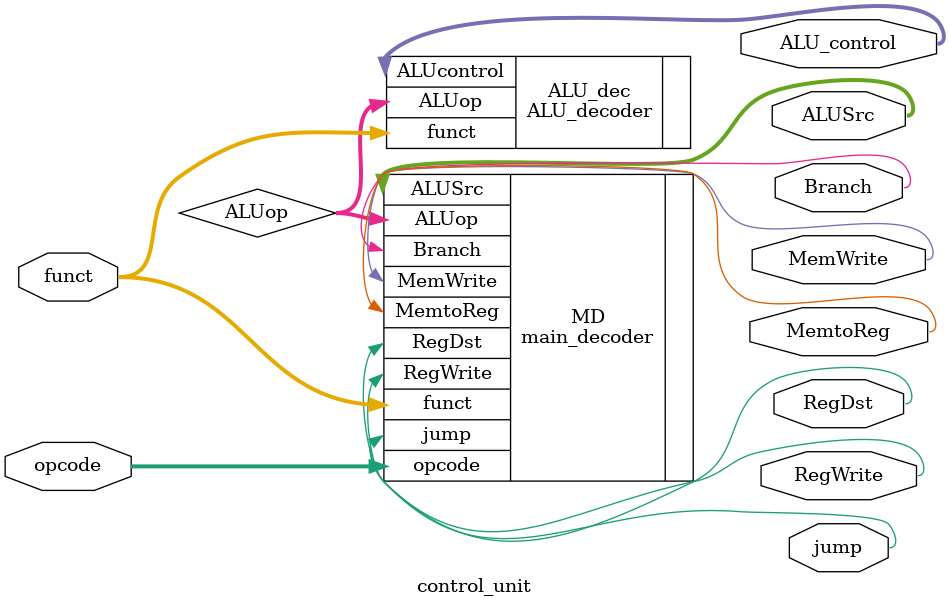
<source format=v>
module control_unit (
input [5:0]opcode,funct,
output MemtoReg, MemWrite, Branch, RegDst, RegWrite, jump,
output [1:0] ALUSrc,
output [2:0]ALU_control
);

wire [1:0]ALUop ;

ALU_decoder ALU_dec (
.ALUop(ALUop),
.funct(funct),
.ALUcontrol(ALU_control)
);

main_decoder MD (
.opcode(opcode),
.funct(funct),
.ALUop(ALUop),
.MemtoReg(MemtoReg),
.MemWrite(MemWrite),
.Branch(Branch),
.ALUSrc(ALUSrc),
.RegDst(RegDst),
.RegWrite(RegWrite),
.jump(jump)
);

endmodule

</source>
